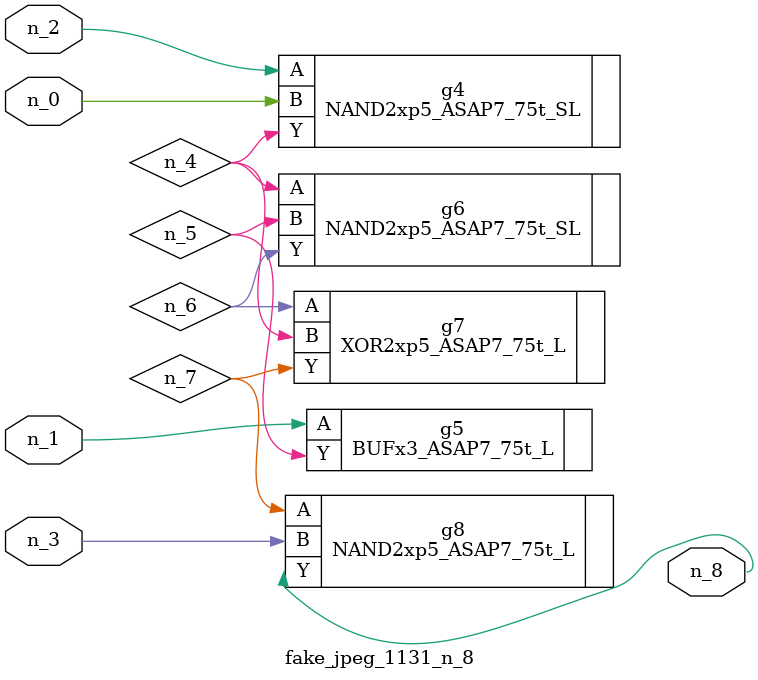
<source format=v>
module fake_jpeg_1131_n_8 (n_0, n_3, n_2, n_1, n_8);

input n_0;
input n_3;
input n_2;
input n_1;

output n_8;

wire n_4;
wire n_6;
wire n_5;
wire n_7;

NAND2xp5_ASAP7_75t_SL g4 ( 
.A(n_2),
.B(n_0),
.Y(n_4)
);

BUFx3_ASAP7_75t_L g5 ( 
.A(n_1),
.Y(n_5)
);

NAND2xp5_ASAP7_75t_SL g6 ( 
.A(n_4),
.B(n_5),
.Y(n_6)
);

XOR2xp5_ASAP7_75t_L g7 ( 
.A(n_6),
.B(n_4),
.Y(n_7)
);

NAND2xp5_ASAP7_75t_L g8 ( 
.A(n_7),
.B(n_3),
.Y(n_8)
);


endmodule
</source>
